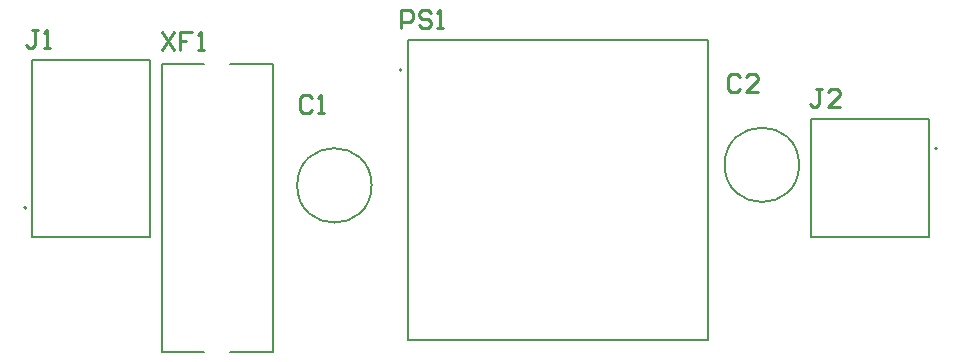
<source format=gto>
G04*
G04 #@! TF.GenerationSoftware,Altium Limited,Altium Designer,20.0.10 (225)*
G04*
G04 Layer_Color=65535*
%FSLAX43Y43*%
%MOMM*%
G71*
G01*
G75*
%ADD10C,0.200*%
%ADD11C,0.127*%
%ADD12C,0.254*%
D10*
X68809Y17887D02*
G03*
X68809Y17887I-3150J0D01*
G01*
X32614Y16149D02*
G03*
X32614Y16149I-3150J0D01*
G01*
X35152Y25908D02*
G03*
X35152Y25908I-100J0D01*
G01*
X3390Y14257D02*
G03*
X3390Y14257I-100J0D01*
G01*
X80503Y19264D02*
G03*
X80503Y19264I-100J0D01*
G01*
X20658Y2024D02*
X24258D01*
X14858D02*
X18458D01*
X20658Y26424D02*
X24258D01*
X14858D02*
X18458D01*
X14858Y2024D02*
Y26424D01*
X24258Y2024D02*
Y26424D01*
D11*
X35687Y28448D02*
X61087D01*
Y3048D02*
Y28448D01*
X35687Y3048D02*
X61087D01*
X35687D02*
Y28448D01*
X3890Y11757D02*
X13890D01*
X3890D02*
Y26757D01*
X13890D01*
Y11757D02*
Y26757D01*
X69803Y11764D02*
Y21764D01*
Y11764D02*
X79803D01*
Y21764D01*
X69803D02*
X79803D01*
D12*
X14881Y29156D02*
X15897Y27632D01*
Y29156D02*
X14881Y27632D01*
X17421Y29156D02*
X16405D01*
Y28394D01*
X16913D01*
X16405D01*
Y27632D01*
X17928D02*
X18436D01*
X18182D01*
Y29156D01*
X17928Y28902D01*
X35116Y29477D02*
Y31000D01*
X35877D01*
X36131Y30746D01*
Y30238D01*
X35877Y29985D01*
X35116D01*
X37655Y30746D02*
X37401Y31000D01*
X36893D01*
X36639Y30746D01*
Y30492D01*
X36893Y30238D01*
X37401D01*
X37655Y29985D01*
Y29731D01*
X37401Y29477D01*
X36893D01*
X36639Y29731D01*
X38163Y29477D02*
X38670D01*
X38416D01*
Y31000D01*
X38163Y30746D01*
X70786Y24318D02*
X70278D01*
X70532D01*
Y23049D01*
X70278Y22795D01*
X70024D01*
X69770Y23049D01*
X72309Y22795D02*
X71294D01*
X72309Y23810D01*
Y24064D01*
X72055Y24318D01*
X71547D01*
X71294Y24064D01*
X4356Y29328D02*
X3848D01*
X4102D01*
Y28058D01*
X3848Y27804D01*
X3594D01*
X3340Y28058D01*
X4864Y27804D02*
X5371D01*
X5118D01*
Y29328D01*
X4864Y29074D01*
X63792Y25285D02*
X63538Y25539D01*
X63030D01*
X62776Y25285D01*
Y24270D01*
X63030Y24016D01*
X63538D01*
X63792Y24270D01*
X65315Y24016D02*
X64300D01*
X65315Y25031D01*
Y25285D01*
X65061Y25539D01*
X64554D01*
X64300Y25285D01*
X27597Y23547D02*
X27343Y23801D01*
X26835D01*
X26581Y23547D01*
Y22532D01*
X26835Y22278D01*
X27343D01*
X27597Y22532D01*
X28105Y22278D02*
X28612D01*
X28359D01*
Y23801D01*
X28105Y23547D01*
M02*

</source>
